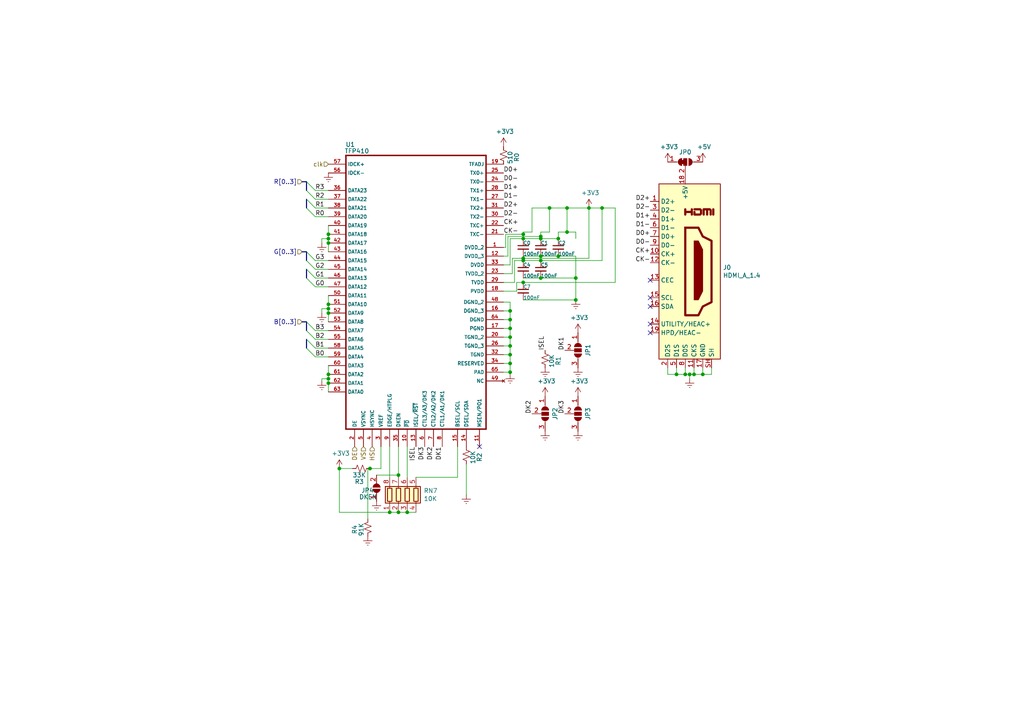
<source format=kicad_sch>
(kicad_sch (version 20200506) (host eeschema "(5.99.0-1641-g9ca61b50b)")
  (page "A4")
  (lib_symbols
    (symbol "Connector:HDMI_A_1.4" (pin_names (offset 0.508))
      (property "Reference" "J" (at -6.35 26.67 0))
      (property "Value" "HDMI_A_1.4" (at 10.16 26.67 0))
      (symbol "HDMI_A_1.4_0_1"
        (rectangle (start -7.62 25.4) (end 10.16 -25.4) (stroke (width 0.254)) (fill (type background)))
        (polyline (pts (xy 2.54 8.89) (xy 3.81 8.89) (xy 5.08 6.35) (xy 5.08 -5.715) (xy 3.81 -8.255) (xy 2.54 -8.255) (xy 2.54 8.89)) (fill (type outline)))
        (polyline (pts (xy 5.334 16.51) (xy 5.334 18.034) (xy 6.35 18.034) (xy 6.35 16.51) (xy 6.35 18.034) (xy 7.112 18.034) (xy 7.366 17.78) (xy 7.366 16.51)) (stroke (width 0.635)))
        (polyline (pts (xy 0 12.7) (xy 0 -12.7) (xy 3.81 -12.7) (xy 5.08 -10.16) (xy 7.62 -8.89) (xy 7.62 8.89) (xy 5.08 10.16) (xy 3.81 12.7) (xy 0 12.7)) (stroke (width 0.635)))
      )
      (symbol "HDMI_A_1.4_0_0"
        (polyline (pts (xy 8.128 16.51) (xy 8.128 18.034)) (stroke (width 0.635)))
        (polyline (pts (xy 0 16.51) (xy 0 18.034) (xy 0 17.272) (xy 1.905 17.272) (xy 1.905 18.034) (xy 1.905 16.51)) (stroke (width 0.635)))
        (polyline (pts (xy 2.667 18.034) (xy 4.318 18.034) (xy 4.572 17.78) (xy 4.572 16.764) (xy 4.318 16.51) (xy 2.667 16.51) (xy 2.667 17.272)) (stroke (width 0.635)))
      )
      (symbol "HDMI_A_1.4_1_1"
        (pin passive line (at -10.16 20.32 0) (length 2.54) (name "D2+") (number "1"))
        (pin passive line (at -10.16 5.08 0) (length 2.54) (name "CK+") (number "10"))
        (pin power_in line (at 2.54 -27.94 90) (length 2.54) (name "CKS") (number "11"))
        (pin passive line (at -10.16 2.54 0) (length 2.54) (name "CK-") (number "12"))
        (pin bidirectional line (at -10.16 -2.54 0) (length 2.54) (name "CEC") (number "13"))
        (pin passive line (at -10.16 -15.24 0) (length 2.54) (name "UTILITY/HEAC+") (number "14"))
        (pin passive line (at -10.16 -7.62 0) (length 2.54) (name "SCL") (number "15"))
        (pin bidirectional line (at -10.16 -10.16 0) (length 2.54) (name "SDA") (number "16"))
        (pin power_in line (at 5.08 -27.94 90) (length 2.54) (name "GND") (number "17"))
        (pin power_in line (at 0 27.94 270) (length 2.54) (name "+5V") (number "18"))
        (pin passive line (at -10.16 -17.78 0) (length 2.54) (name "HPD/HEAC-") (number "19"))
        (pin power_in line (at -5.08 -27.94 90) (length 2.54) (name "D2S") (number "2"))
        (pin passive line (at -10.16 17.78 0) (length 2.54) (name "D2-") (number "3"))
        (pin passive line (at -10.16 15.24 0) (length 2.54) (name "D1+") (number "4"))
        (pin power_in line (at -2.54 -27.94 90) (length 2.54) (name "D1S") (number "5"))
        (pin passive line (at -10.16 12.7 0) (length 2.54) (name "D1-") (number "6"))
        (pin passive line (at -10.16 10.16 0) (length 2.54) (name "D0+") (number "7"))
        (pin power_in line (at 0 -27.94 90) (length 2.54) (name "D0S") (number "8"))
        (pin passive line (at -10.16 7.62 0) (length 2.54) (name "D0-") (number "9"))
        (pin passive line (at 7.62 -27.94 90) (length 2.54) (name "SH") (number "SH"))
      )
    )
    (symbol "Custom_Symbols:TFP_410"
      (property "Reference" "U" (at 19.05 31.75 0))
      (property "Value" "TFP_410" (at 20.32 36.83 0))
      (symbol "TFP_410_1_1"
        (polyline (pts (xy 0 0) (xy 40.64 0)) (stroke (width 0.4064)))
        (polyline (pts (xy 0 79.375) (xy 0 0)) (stroke (width 0.4064)))
        (polyline (pts (xy 40.64 0) (xy 40.64 79.375)) (stroke (width 0.4064)))
        (polyline (pts (xy 40.64 79.375) (xy 0 79.375)) (stroke (width 0.4064)))
        (pin power_in line (at 45.72 52.705 180) (length 5.08) (name "DVDD_2") (number "1"))
        (pin input line (at 17.78 -5.08 90) (length 5.08) (name "~PD") (number "10"))
        (pin output line (at 38.735 -5.08 90) (length 5.08) (name "MSEN/PO1") (number "11"))
        (pin power_in line (at 45.72 50.165 180) (length 5.08) (name "DVDD_3") (number "12"))
        (pin input line (at 20.32 -5.08 90) (length 5.08) (name "ISEL/~RST") (number "13"))
        (pin bidirectional line (at 34.925 -5.08 90) (length 5.08) (name "DSEL/SDA") (number "14"))
        (pin input line (at 32.385 -5.08 90) (length 5.08) (name "BSEL/SCL") (number "15"))
        (pin passive line (at 45.72 34.29 180) (length 5.08) (name "DGND_3") (number "16"))
        (pin passive line (at 45.72 29.21 180) (length 5.08) (name "PGND") (number "17"))
        (pin power_in line (at 45.72 40.005 180) (length 5.08) (name "PVDD") (number "18"))
        (pin input line (at 45.72 76.835 180) (length 5.08) (name "TFADJ") (number "19"))
        (pin input line (at 2.54 -5.08 90) (length 5.08) (name "DE") (number "2"))
        (pin passive line (at 45.72 26.67 180) (length 5.08) (name "TGND_2") (number "20"))
        (pin output line (at 45.72 56.515 180) (length 5.08) (name "TXC-") (number "21"))
        (pin output line (at 45.72 59.055 180) (length 5.08) (name "TXC+") (number "22"))
        (pin power_in line (at 45.72 45.085 180) (length 5.08) (name "TVDD_2") (number "23"))
        (pin output line (at 45.72 71.755 180) (length 5.08) (name "TX0-") (number "24"))
        (pin output line (at 45.72 74.295 180) (length 5.08) (name "TX0+") (number "25"))
        (pin passive line (at 45.72 24.13 180) (length 5.08) (name "TGND_3") (number "26"))
        (pin output line (at 45.72 66.675 180) (length 5.08) (name "TX1-") (number "27"))
        (pin output line (at 45.72 69.215 180) (length 5.08) (name "TX1+") (number "28"))
        (pin power_in line (at 45.72 42.545 180) (length 5.08) (name "TVDD") (number "29"))
        (pin input line (at 10.16 -5.08 90) (length 5.08) (name "VREF") (number "3"))
        (pin output line (at 45.72 61.595 180) (length 5.08) (name "TX2-") (number "30"))
        (pin output line (at 45.72 64.135 180) (length 5.08) (name "TX2+") (number "31"))
        (pin passive line (at 45.72 21.59 180) (length 5.08) (name "TGND") (number "32"))
        (pin power_in line (at 45.72 47.625 180) (length 5.08) (name "DVDD") (number "33"))
        (pin passive line (at 45.72 19.05 180) (length 5.08) (name "RESERVED") (number "34"))
        (pin input line (at 15.24 -5.08 90) (length 5.08) (name "DKEN") (number "35"))
        (pin input line (at -5.08 69.215 0) (length 5.08) (name "DATA23") (number "36"))
        (pin input line (at -5.08 66.675 0) (length 5.08) (name "DATA22") (number "37"))
        (pin input line (at -5.08 64.135 0) (length 5.08) (name "DATA21") (number "38"))
        (pin input line (at -5.08 61.595 0) (length 5.08) (name "DATA20") (number "39"))
        (pin input line (at 7.62 -5.08 90) (length 5.08) (name "HSYNC") (number "4"))
        (pin input line (at -5.08 59.055 0) (length 5.08) (name "DATA19") (number "40"))
        (pin input line (at -5.08 56.515 0) (length 5.08) (name "DATA18") (number "41"))
        (pin input line (at -5.08 53.975 0) (length 5.08) (name "DATA17") (number "42"))
        (pin input line (at -5.08 51.435 0) (length 5.08) (name "DATA16") (number "43"))
        (pin input line (at -5.08 48.895 0) (length 5.08) (name "DATA15") (number "44"))
        (pin input line (at -5.08 46.355 0) (length 5.08) (name "DATA14") (number "45"))
        (pin input line (at -5.08 43.815 0) (length 5.08) (name "DATA13") (number "46"))
        (pin input line (at -5.08 41.275 0) (length 5.08) (name "DATA12") (number "47"))
        (pin passive line (at 45.72 36.83 180) (length 5.08) (name "DGND_2") (number "48"))
        (pin unconnected line (at 45.72 13.97 180) (length 5.08) (name "NC") (number "49"))
        (pin input line (at 5.08 -5.08 90) (length 5.08) (name "VSYNC") (number "5"))
        (pin input line (at -5.08 38.735 0) (length 5.08) (name "DATA11") (number "50"))
        (pin input line (at -5.08 36.195 0) (length 5.08) (name "DATA10") (number "51"))
        (pin input line (at -5.08 33.655 0) (length 5.08) (name "DATA9") (number "52"))
        (pin input line (at -5.08 31.115 0) (length 5.08) (name "DATA8") (number "53"))
        (pin input line (at -5.08 28.575 0) (length 5.08) (name "DATA7") (number "54"))
        (pin input line (at -5.08 26.035 0) (length 5.08) (name "DATA6") (number "55"))
        (pin input line (at -5.08 74.295 0) (length 5.08) (name "IDCK-") (number "56"))
        (pin input line (at -5.08 76.835 0) (length 5.08) (name "IDCK+") (number "57"))
        (pin input line (at -5.08 23.495 0) (length 5.08) (name "DATA5") (number "58"))
        (pin input line (at -5.08 20.955 0) (length 5.08) (name "DATA4") (number "59"))
        (pin input line (at 22.86 -5.08 90) (length 5.08) (name "CTL3/A3/DK3") (number "6"))
        (pin input line (at -5.08 18.415 0) (length 5.08) (name "DATA3") (number "60"))
        (pin input line (at -5.08 15.875 0) (length 5.08) (name "DATA2") (number "61"))
        (pin input line (at -5.08 13.335 0) (length 5.08) (name "DATA1") (number "62"))
        (pin input line (at -5.08 10.795 0) (length 5.08) (name "DATA0") (number "63"))
        (pin passive line (at 45.72 31.75 180) (length 5.08) (name "DGND") (number "64"))
        (pin passive line (at 45.72 16.51 180) (length 5.08) (name "PAD") (number "65"))
        (pin input line (at 25.4 -5.08 90) (length 5.08) (name "CTL2/A2/DK2") (number "7"))
        (pin input line (at 27.94 -5.08 90) (length 5.08) (name "CTL1/A1/DK1") (number "8"))
        (pin input line (at 12.7 -5.08 90) (length 5.08) (name "EDGE/HTPLG") (number "9"))
      )
    )
    (symbol "Device:C_Small" (pin_numbers hide) (pin_names (offset 0.254) hide)
      (property "Reference" "C" (at 0.254 1.778 0))
      (property "Value" "C_Small" (at 0.254 -2.032 0))
      (symbol "C_Small_0_1"
        (polyline (pts (xy -1.524 -0.508) (xy 1.524 -0.508)) (stroke (width 0.3302)))
        (polyline (pts (xy -1.524 0.508) (xy 1.524 0.508)) (stroke (width 0.3048)))
      )
      (symbol "C_Small_1_1"
        (pin passive line (at 0 2.54 270) (length 2.032) (name "~") (number "1"))
        (pin passive line (at 0 -2.54 90) (length 2.032) (name "~") (number "2"))
      )
    )
    (symbol "Device:R_Pack04" (pin_names (offset 0) hide)
      (property "Reference" "RN" (at -7.62 0 90))
      (property "Value" "R_Pack04" (at 5.08 0 90))
      (symbol "R_Pack04_0_1"
        (rectangle (start -3.175 1.905) (end -1.905 -1.905) (stroke (width 0.254)))
        (rectangle (start -5.715 1.905) (end -4.445 -1.905) (stroke (width 0.254)))
        (rectangle (start -0.635 1.905) (end 0.635 -1.905) (stroke (width 0.254)))
        (rectangle (start -6.35 -2.413) (end 3.81 2.413) (stroke (width 0.254)) (fill (type background)))
        (rectangle (start 1.905 1.905) (end 3.175 -1.905) (stroke (width 0.254)))
        (polyline (pts (xy -2.54 -2.54) (xy -2.54 -1.905)))
        (polyline (pts (xy -2.54 1.905) (xy -2.54 2.54)))
        (polyline (pts (xy -5.08 -2.54) (xy -5.08 -1.905)))
        (polyline (pts (xy -5.08 1.905) (xy -5.08 2.54)))
        (polyline (pts (xy 0 -2.54) (xy 0 -1.905)))
        (polyline (pts (xy 0 1.905) (xy 0 2.54)))
        (polyline (pts (xy 2.54 -2.54) (xy 2.54 -1.905)))
        (polyline (pts (xy 2.54 1.905) (xy 2.54 2.54)))
      )
      (symbol "R_Pack04_1_1"
        (pin passive line (at -5.08 -5.08 90) (length 2.54) (name "R1.1") (number "1"))
        (pin passive line (at -5.08 5.08 270) (length 2.54) (name "R1.2") (number "8"))
        (pin passive line (at -2.54 -5.08 90) (length 2.54) (name "R2.1") (number "2"))
        (pin passive line (at -2.54 5.08 270) (length 2.54) (name "R2.2") (number "7"))
        (pin passive line (at 0 -5.08 90) (length 2.54) (name "R3.1") (number "3"))
        (pin passive line (at 0 5.08 270) (length 2.54) (name "R3.2") (number "6"))
        (pin passive line (at 2.54 -5.08 90) (length 2.54) (name "R4.1") (number "4"))
        (pin passive line (at 2.54 5.08 270) (length 2.54) (name "R4.2") (number "5"))
      )
    )
    (symbol "Device:R_Small_US" (pin_numbers hide) (pin_names (offset 0.254) hide)
      (property "Reference" "R" (at 0.762 0.508 0))
      (property "Value" "R_Small_US" (at 0.762 -1.016 0))
      (symbol "R_Small_US_1_1"
        (polyline (pts (xy 0 0) (xy 1.016 -0.381) (xy 0 -0.762) (xy -1.016 -1.143) (xy 0 -1.524)))
        (polyline (pts (xy 0 1.524) (xy 1.016 1.143) (xy 0 0.762) (xy -1.016 0.381) (xy 0 0)))
        (pin passive line (at 0 2.54 270) (length 1.016) (name "~") (number "1"))
        (pin passive line (at 0 -2.54 90) (length 1.016) (name "~") (number "2"))
      )
    )
    (symbol "Jumper:SolderJumper_2_Open" (pin_names (offset 0) hide)
      (property "Reference" "JP" (at 0 2.032 0))
      (property "Value" "SolderJumper_2_Open" (at 0 -2.54 0))
      (symbol "SolderJumper_2_Open_0_1"
        (arc (start -0.254 1.016) (end -0.254 -1.016) (radius (at -0.254 0) (length 1.016) (angles 90.1 -90.1)))
        (arc (start -0.254 1.016) (end -0.254 -1.016) (radius (at -0.254 0) (length 1.016) (angles 90.1 -90.1)) (fill (type outline)))
        (arc (start 0.254 -1.016) (end 0.254 1.016) (radius (at 0.254 0) (length 1.016) (angles -89.9 89.9)))
        (arc (start 0.254 -1.016) (end 0.254 1.016) (radius (at 0.254 0) (length 1.016) (angles -89.9 89.9)) (fill (type outline)))
        (polyline (pts (xy -0.254 1.016) (xy -0.254 -1.016)))
        (polyline (pts (xy 0.254 1.016) (xy 0.254 -1.016)))
      )
      (symbol "SolderJumper_2_Open_1_1"
        (pin passive line (at -3.81 0 0) (length 2.54) (name "A") (number "1"))
        (pin passive line (at 3.81 0 180) (length 2.54) (name "B") (number "2"))
      )
    )
    (symbol "Jumper:SolderJumper_3_Bridged12" (pin_names (offset 0) hide)
      (property "Reference" "JP" (at -2.54 -2.54 0))
      (property "Value" "SolderJumper_3_Bridged12" (at 0 2.794 0))
      (symbol "SolderJumper_3_Bridged12_0_1"
        (arc (start -1.016 1.016) (end -1.016 -1.016) (radius (at -1.016 0) (length 1.016) (angles 90.1 -90.1)))
        (arc (start -1.016 1.016) (end -1.016 -1.016) (radius (at -1.016 0) (length 1.016) (angles 90.1 -90.1)) (fill (type outline)))
        (arc (start 1.016 -1.016) (end 1.016 1.016) (radius (at 1.016 0) (length 1.016) (angles -89.9 89.9)))
        (arc (start 1.016 -1.016) (end 1.016 1.016) (radius (at 1.016 0) (length 1.016) (angles -89.9 89.9)) (fill (type outline)))
        (rectangle (start -1.016 0.508) (end -0.508 -0.508) (fill (type outline)))
        (rectangle (start -0.508 1.016) (end 0.508 -1.016) (fill (type outline)))
        (polyline (pts (xy -2.54 0) (xy -2.032 0)))
        (polyline (pts (xy -1.016 1.016) (xy -1.016 -1.016)))
        (polyline (pts (xy 0 -1.27) (xy 0 -1.016)))
        (polyline (pts (xy 1.016 1.016) (xy 1.016 -1.016)))
        (polyline (pts (xy 2.54 0) (xy 2.032 0)))
      )
      (symbol "SolderJumper_3_Bridged12_1_1"
        (pin passive line (at -5.08 0 0) (length 2.54) (name "A") (number "1"))
        (pin input line (at 0 -3.81 90) (length 2.54) (name "C") (number "2"))
        (pin passive line (at 5.08 0 180) (length 2.54) (name "B") (number "3"))
      )
    )
    (symbol "Jumper:SolderJumper_3_Open" (pin_names (offset 0) hide)
      (property "Reference" "JP" (at -2.54 -2.54 0))
      (property "Value" "SolderJumper_3_Open" (at 0 2.794 0))
      (symbol "SolderJumper_3_Open_0_1"
        (arc (start -1.016 1.016) (end -1.016 -1.016) (radius (at -1.016 0) (length 1.016) (angles 90.1 -90.1)))
        (arc (start -1.016 1.016) (end -1.016 -1.016) (radius (at -1.016 0) (length 1.016) (angles 90.1 -90.1)) (fill (type outline)))
        (arc (start 1.016 -1.016) (end 1.016 1.016) (radius (at 1.016 0) (length 1.016) (angles -89.9 89.9)))
        (arc (start 1.016 -1.016) (end 1.016 1.016) (radius (at 1.016 0) (length 1.016) (angles -89.9 89.9)) (fill (type outline)))
        (rectangle (start -0.508 1.016) (end 0.508 -1.016) (fill (type outline)))
        (polyline (pts (xy -2.54 0) (xy -2.032 0)))
        (polyline (pts (xy -1.016 1.016) (xy -1.016 -1.016)))
        (polyline (pts (xy 0 -1.27) (xy 0 -1.016)))
        (polyline (pts (xy 1.016 1.016) (xy 1.016 -1.016)))
        (polyline (pts (xy 2.54 0) (xy 2.032 0)))
      )
      (symbol "SolderJumper_3_Open_1_1"
        (pin passive line (at -5.08 0 0) (length 2.54) (name "A") (number "1"))
        (pin input line (at 0 -3.81 90) (length 2.54) (name "C") (number "2"))
        (pin passive line (at 5.08 0 180) (length 2.54) (name "B") (number "3"))
      )
    )
    (symbol "power:+3V3" (power) (pin_names (offset 0))
      (property "Value" "+3V3" (at 0 3.556 0))
      (symbol "+3V3_0_1"
        (polyline (pts (xy -0.762 1.27) (xy 0 2.54)))
        (polyline (pts (xy 0 0) (xy 0 2.54)))
        (polyline (pts (xy 0 2.54) (xy 0.762 1.27)))
      )
      (symbol "+3V3_1_1"
        (pin power_in line (at 0 0 90) (length 0) (name "+3V3") (number "1") hide)
      )
    )
    (symbol "power:+5V" (power) (pin_names (offset 0))
      (property "Value" "+5V" (at 0 3.556 0))
      (symbol "+5V_0_1"
        (polyline (pts (xy -0.762 1.27) (xy 0 2.54)))
        (polyline (pts (xy 0 0) (xy 0 2.54)))
        (polyline (pts (xy 0 2.54) (xy 0.762 1.27)))
      )
      (symbol "+5V_1_1"
        (pin power_in line (at 0 0 90) (length 0) (name "+5V") (number "1") hide)
      )
    )
    (symbol "power:GNDREF" (power) (pin_names (offset 0))
      (property "Value" "GNDREF" (at 0 -3.81 0))
      (symbol "GNDREF_0_1"
        (polyline (pts (xy -0.635 -1.905) (xy 0.635 -1.905)))
        (polyline (pts (xy -0.127 -2.54) (xy 0.127 -2.54)))
        (polyline (pts (xy 0 -1.27) (xy 0 0)))
        (polyline (pts (xy 1.27 -1.27) (xy -1.27 -1.27)))
      )
      (symbol "GNDREF_1_1"
        (pin power_in line (at 0 0 270) (length 0) (name "GNDREF") (number "1") hide)
      )
    )
  )
  (junction (at 95.25 67.945))
  (junction (at 95.25 69.215))
  (junction (at 95.25 70.485))
  (junction (at 95.25 88.265))
  (junction (at 95.25 89.535))
  (junction (at 95.25 90.805))
  (junction (at 95.25 108.585))
  (junction (at 95.25 109.855))
  (junction (at 95.25 111.125))
  (junction (at 98.425 135.89))
  (junction (at 107.315 135.89))
  (junction (at 113.03 148.59))
  (junction (at 115.57 137.795))
  (junction (at 115.57 148.59))
  (junction (at 118.11 148.59))
  (junction (at 147.955 90.17))
  (junction (at 147.955 92.71))
  (junction (at 147.955 95.25))
  (junction (at 147.955 97.79))
  (junction (at 147.955 100.33))
  (junction (at 147.955 102.87))
  (junction (at 147.955 105.41))
  (junction (at 147.955 107.95))
  (junction (at 151.765 67.945))
  (junction (at 151.765 69.215))
  (junction (at 151.765 74.93))
  (junction (at 151.765 75.565))
  (junction (at 151.765 81.915))
  (junction (at 156.845 68.58))
  (junction (at 156.845 69.215))
  (junction (at 156.845 74.295))
  (junction (at 156.845 75.565))
  (junction (at 156.845 80.645))
  (junction (at 159.385 60.325))
  (junction (at 161.925 69.215))
  (junction (at 161.925 74.295))
  (junction (at 164.465 60.325))
  (junction (at 164.465 67.31))
  (junction (at 167.005 80.645))
  (junction (at 167.005 86.995))
  (junction (at 170.815 60.325))
  (junction (at 174.625 60.325))
  (junction (at 196.215 108.585))
  (junction (at 198.755 108.585))
  (junction (at 200.025 108.585))
  (junction (at 201.295 108.585))
  (junction (at 203.835 108.585))
  (no_connect (at 188.595 81.28))
  (no_connect (at 188.595 93.98))
  (no_connect (at 188.595 96.52))
  (no_connect (at 139.065 129.54))
  (no_connect (at 188.595 88.9))
  (no_connect (at 188.595 86.36))
  (bus_entry (at 88.9 52.705) (size 2.54 2.54))
  (bus_entry (at 88.9 55.245) (size 2.54 2.54))
  (bus_entry (at 88.9 57.785) (size 2.54 2.54))
  (bus_entry (at 88.9 60.325) (size 2.54 2.54))
  (bus_entry (at 88.9 73.025) (size 2.54 2.54))
  (bus_entry (at 88.9 75.565) (size 2.54 2.54))
  (bus_entry (at 88.9 78.105) (size 2.54 2.54))
  (bus_entry (at 88.9 80.645) (size 2.54 2.54))
  (bus_entry (at 88.9 93.345) (size 2.54 2.54))
  (bus_entry (at 88.9 95.885) (size 2.54 2.54))
  (bus_entry (at 88.9 98.425) (size 2.54 2.54))
  (bus_entry (at 88.9 100.965) (size 2.54 2.54))
  (wire (pts (xy 91.44 55.245) (xy 95.25 55.245)))
  (wire (pts (xy 91.44 60.325) (xy 95.25 60.325)))
  (wire (pts (xy 91.44 80.645) (xy 95.25 80.645)))
  (wire (pts (xy 93.345 69.215) (xy 95.25 69.215)))
  (wire (pts (xy 93.345 70.485) (xy 93.345 69.215)))
  (wire (pts (xy 93.345 89.535) (xy 95.25 89.535)))
  (wire (pts (xy 93.345 90.805) (xy 93.345 89.535)))
  (wire (pts (xy 93.345 109.855) (xy 95.25 109.855)))
  (wire (pts (xy 93.345 110.49) (xy 93.345 109.855)))
  (wire (pts (xy 95.25 57.785) (xy 91.44 57.785)))
  (wire (pts (xy 95.25 62.865) (xy 91.44 62.865)))
  (wire (pts (xy 95.25 65.405) (xy 95.25 67.945)))
  (wire (pts (xy 95.25 67.945) (xy 95.25 69.215)))
  (wire (pts (xy 95.25 69.215) (xy 95.25 70.485)))
  (wire (pts (xy 95.25 70.485) (xy 95.25 73.025)))
  (wire (pts (xy 95.25 75.565) (xy 91.44 75.565)))
  (wire (pts (xy 95.25 78.105) (xy 91.44 78.105)))
  (wire (pts (xy 95.25 83.185) (xy 91.44 83.185)))
  (wire (pts (xy 95.25 85.725) (xy 95.25 88.265)))
  (wire (pts (xy 95.25 88.265) (xy 95.25 89.535)))
  (wire (pts (xy 95.25 89.535) (xy 95.25 90.805)))
  (wire (pts (xy 95.25 90.805) (xy 95.25 93.345)))
  (wire (pts (xy 95.25 95.885) (xy 91.44 95.885)))
  (wire (pts (xy 95.25 98.425) (xy 91.44 98.425)))
  (wire (pts (xy 95.25 100.965) (xy 91.44 100.965)))
  (wire (pts (xy 95.25 103.505) (xy 91.44 103.505)))
  (wire (pts (xy 95.25 106.045) (xy 95.25 108.585)))
  (wire (pts (xy 95.25 108.585) (xy 95.25 109.855)))
  (wire (pts (xy 95.25 109.855) (xy 95.25 111.125)))
  (wire (pts (xy 95.25 111.125) (xy 95.25 113.665)))
  (wire (pts (xy 98.425 135.89) (xy 98.425 148.59)))
  (wire (pts (xy 98.425 148.59) (xy 113.03 148.59)))
  (wire (pts (xy 102.235 135.89) (xy 98.425 135.89)))
  (wire (pts (xy 106.68 135.89) (xy 107.315 135.89)))
  (wire (pts (xy 106.68 150.495) (xy 106.68 135.89)))
  (wire (pts (xy 109.22 137.795) (xy 115.57 137.795)))
  (wire (pts (xy 110.49 129.54) (xy 110.49 135.89)))
  (wire (pts (xy 110.49 135.89) (xy 107.315 135.89)))
  (wire (pts (xy 113.03 129.54) (xy 113.03 138.43)))
  (wire (pts (xy 113.03 148.59) (xy 115.57 148.59)))
  (wire (pts (xy 115.57 129.54) (xy 115.57 137.795)))
  (wire (pts (xy 115.57 137.795) (xy 115.57 138.43)))
  (wire (pts (xy 115.57 148.59) (xy 118.11 148.59)))
  (wire (pts (xy 118.11 129.54) (xy 118.11 138.43)))
  (wire (pts (xy 118.11 148.59) (xy 120.65 148.59)))
  (wire (pts (xy 132.715 129.54) (xy 132.715 138.43)))
  (wire (pts (xy 132.715 138.43) (xy 120.65 138.43)))
  (wire (pts (xy 135.255 134.62) (xy 135.255 143.51)))
  (wire (pts (xy 146.05 71.755) (xy 146.685 71.755)))
  (wire (pts (xy 146.05 74.295) (xy 147.32 74.295)))
  (wire (pts (xy 146.05 76.835) (xy 147.955 76.835)))
  (wire (pts (xy 146.05 79.375) (xy 148.59 79.375)))
  (wire (pts (xy 146.05 81.915) (xy 149.225 81.915)))
  (wire (pts (xy 146.05 84.455) (xy 149.86 84.455)))
  (wire (pts (xy 146.05 87.63) (xy 147.955 87.63)))
  (wire (pts (xy 146.05 90.17) (xy 147.955 90.17)))
  (wire (pts (xy 146.05 95.25) (xy 147.955 95.25)))
  (wire (pts (xy 146.05 100.33) (xy 147.955 100.33)))
  (wire (pts (xy 146.05 105.41) (xy 147.955 105.41)))
  (wire (pts (xy 146.685 67.945) (xy 151.765 67.945)))
  (wire (pts (xy 146.685 71.755) (xy 146.685 67.945)))
  (wire (pts (xy 147.32 68.58) (xy 156.845 68.58)))
  (wire (pts (xy 147.32 74.295) (xy 147.32 68.58)))
  (wire (pts (xy 147.955 69.215) (xy 147.955 76.835)))
  (wire (pts (xy 147.955 69.215) (xy 151.765 69.215)))
  (wire (pts (xy 147.955 87.63) (xy 147.955 90.17)))
  (wire (pts (xy 147.955 90.17) (xy 147.955 92.71)))
  (wire (pts (xy 147.955 92.71) (xy 146.05 92.71)))
  (wire (pts (xy 147.955 92.71) (xy 147.955 95.25)))
  (wire (pts (xy 147.955 95.25) (xy 147.955 97.79)))
  (wire (pts (xy 147.955 97.79) (xy 146.05 97.79)))
  (wire (pts (xy 147.955 97.79) (xy 147.955 100.33)))
  (wire (pts (xy 147.955 100.33) (xy 147.955 102.87)))
  (wire (pts (xy 147.955 102.87) (xy 146.05 102.87)))
  (wire (pts (xy 147.955 102.87) (xy 147.955 105.41)))
  (wire (pts (xy 147.955 105.41) (xy 147.955 107.95)))
  (wire (pts (xy 147.955 107.95) (xy 146.05 107.95)))
  (wire (pts (xy 147.955 108.585) (xy 147.955 107.95)))
  (wire (pts (xy 148.59 74.93) (xy 151.765 74.93)))
  (wire (pts (xy 148.59 79.375) (xy 148.59 74.93)))
  (wire (pts (xy 149.225 75.565) (xy 151.765 75.565)))
  (wire (pts (xy 149.225 81.915) (xy 149.225 75.565)))
  (wire (pts (xy 149.86 81.915) (xy 151.765 81.915)))
  (wire (pts (xy 149.86 84.455) (xy 149.86 81.915)))
  (wire (pts (xy 151.765 67.31) (xy 151.765 67.945)))
  (wire (pts (xy 151.765 67.945) (xy 151.765 69.215)))
  (wire (pts (xy 151.765 69.215) (xy 156.845 69.215)))
  (wire (pts (xy 151.765 74.295) (xy 156.845 74.295)))
  (wire (pts (xy 151.765 74.93) (xy 170.815 74.93)))
  (wire (pts (xy 151.765 75.565) (xy 151.765 74.93)))
  (wire (pts (xy 151.765 75.565) (xy 156.845 75.565)))
  (wire (pts (xy 151.765 80.645) (xy 156.845 80.645)))
  (wire (pts (xy 151.765 81.915) (xy 178.435 81.915)))
  (wire (pts (xy 151.765 86.995) (xy 167.005 86.995)))
  (wire (pts (xy 154.305 60.325) (xy 154.305 67.31)))
  (wire (pts (xy 154.305 60.325) (xy 159.385 60.325)))
  (wire (pts (xy 154.305 67.31) (xy 151.765 67.31)))
  (wire (pts (xy 156.845 67.31) (xy 156.845 68.58)))
  (wire (pts (xy 156.845 68.58) (xy 156.845 69.215)))
  (wire (pts (xy 156.845 69.215) (xy 161.925 69.215)))
  (wire (pts (xy 156.845 74.295) (xy 161.925 74.295)))
  (wire (pts (xy 156.845 75.565) (xy 174.625 75.565)))
  (wire (pts (xy 156.845 80.645) (xy 167.005 80.645)))
  (wire (pts (xy 159.385 60.325) (xy 159.385 67.31)))
  (wire (pts (xy 159.385 60.325) (xy 164.465 60.325)))
  (wire (pts (xy 159.385 67.31) (xy 156.845 67.31)))
  (wire (pts (xy 161.925 67.31) (xy 161.925 69.215)))
  (wire (pts (xy 161.925 67.31) (xy 164.465 67.31)))
  (wire (pts (xy 161.925 74.295) (xy 167.005 74.295)))
  (wire (pts (xy 164.465 60.325) (xy 164.465 67.31)))
  (wire (pts (xy 164.465 60.325) (xy 170.815 60.325)))
  (wire (pts (xy 164.465 67.31) (xy 167.005 67.31)))
  (wire (pts (xy 167.005 67.31) (xy 167.005 69.215)))
  (wire (pts (xy 167.005 74.295) (xy 167.005 80.645)))
  (wire (pts (xy 167.005 80.645) (xy 167.005 86.995)))
  (wire (pts (xy 170.815 60.325) (xy 170.815 74.93)))
  (wire (pts (xy 170.815 60.325) (xy 174.625 60.325)))
  (wire (pts (xy 174.625 60.325) (xy 174.625 75.565)))
  (wire (pts (xy 174.625 60.325) (xy 178.435 60.325)))
  (wire (pts (xy 178.435 60.325) (xy 178.435 81.915)))
  (wire (pts (xy 193.675 106.68) (xy 193.675 108.585)))
  (wire (pts (xy 193.675 108.585) (xy 196.215 108.585)))
  (wire (pts (xy 196.215 106.68) (xy 196.215 108.585)))
  (wire (pts (xy 196.215 108.585) (xy 198.755 108.585)))
  (wire (pts (xy 198.755 106.68) (xy 198.755 108.585)))
  (wire (pts (xy 198.755 108.585) (xy 200.025 108.585)))
  (wire (pts (xy 200.025 108.585) (xy 201.295 108.585)))
  (wire (pts (xy 200.025 109.855) (xy 200.025 108.585)))
  (wire (pts (xy 201.295 106.68) (xy 201.295 108.585)))
  (wire (pts (xy 201.295 108.585) (xy 203.835 108.585)))
  (wire (pts (xy 203.835 106.68) (xy 203.835 108.585)))
  (wire (pts (xy 203.835 108.585) (xy 206.375 108.585)))
  (wire (pts (xy 206.375 108.585) (xy 206.375 106.68)))
  (bus (pts (xy 88.9 52.705) (xy 87.63 52.705)))
  (bus (pts (xy 88.9 52.705) (xy 88.9 57.785)))
  (bus (pts (xy 88.9 57.785) (xy 88.9 60.325)))
  (bus (pts (xy 88.9 73.025) (xy 87.63 73.025)))
  (bus (pts (xy 88.9 73.025) (xy 88.9 78.105)))
  (bus (pts (xy 88.9 78.105) (xy 88.9 80.645)))
  (bus (pts (xy 88.9 93.345) (xy 87.63 93.345)))
  (bus (pts (xy 88.9 93.345) (xy 88.9 98.425)))
  (bus (pts (xy 88.9 98.425) (xy 88.9 100.965)))
  (label "R3" (at 91.44 55.245 0))
  (label "R2" (at 91.44 57.785 0))
  (label "R1" (at 91.44 60.325 0))
  (label "R0" (at 91.44 62.865 0))
  (label "G3" (at 91.44 75.565 0))
  (label "G2" (at 91.44 78.105 0))
  (label "G1" (at 91.44 80.645 0))
  (label "G0" (at 91.44 83.185 0))
  (label "B3" (at 91.44 95.885 0))
  (label "B2" (at 91.44 98.425 0))
  (label "B1" (at 91.44 100.965 0))
  (label "B0" (at 91.44 103.505 0))
  (label "ISEL" (at 120.65 129.54 270))
  (label "DK3" (at 123.19 129.54 270))
  (label "DK2" (at 125.73 129.54 270))
  (label "DK1" (at 128.27 129.54 270))
  (label "D0+" (at 146.05 50.165 0))
  (label "D0-" (at 146.05 52.705 0))
  (label "D1+" (at 146.05 55.245 0))
  (label "D1-" (at 146.05 57.785 0))
  (label "D2+" (at 146.05 60.325 0))
  (label "D2-" (at 146.05 62.865 0))
  (label "CK+" (at 146.05 65.405 0))
  (label "CK-" (at 146.05 67.945 0))
  (label "DK2" (at 154.305 120.015 90))
  (label "ISEL" (at 158.115 101.6 90))
  (label "DK1" (at 163.83 101.6 90))
  (label "DK3" (at 163.83 120.015 90))
  (label "D2+" (at 188.595 58.42 180))
  (label "D2-" (at 188.595 60.96 180))
  (label "D1+" (at 188.595 63.5 180))
  (label "D1-" (at 188.595 66.04 180))
  (label "D0+" (at 188.595 68.58 180))
  (label "D0-" (at 188.595 71.12 180))
  (label "CK+" (at 188.595 73.66 180))
  (label "CK-" (at 188.595 76.2 180))
  (hierarchical_label "R[0..3]" (shape input) (at 87.63 52.705 180))
  (hierarchical_label "G[0..3]" (shape input) (at 87.63 73.025 180))
  (hierarchical_label "B[0..3]" (shape input) (at 87.63 93.345 180))
  (hierarchical_label "clk" (shape input) (at 95.25 47.625 180))
  (hierarchical_label "DE" (shape input) (at 102.87 129.54 270))
  (hierarchical_label "VS" (shape input) (at 105.41 129.54 270))
  (hierarchical_label "HS" (shape input) (at 107.95 129.54 270))
  (symbol (lib_id "power:+3V3") (at 98.425 135.89 0)
    (property "Reference" "#PWR036" (effects hide))
    (property "Value" "+3V3" (at 98.806 131.4958 0))
  )
  (symbol (lib_id "power:+3V3") (at 146.05 42.545 0)
    (property "Reference" "#PWR018" (effects hide))
    (property "Value" "+3V3" (at 146.431 38.1508 0))
  )
  (symbol (lib_id "power:+3V3") (at 158.115 114.935 0)
    (property "Reference" "#PWR032" (effects hide))
    (property "Value" "+3V3" (at 158.496 110.5408 0))
  )
  (symbol (lib_id "power:+3V3") (at 167.64 96.52 0)
    (property "Reference" "#PWR026" (effects hide))
    (property "Value" "+3V3" (at 168.021 92.1258 0))
  )
  (symbol (lib_id "power:+3V3") (at 167.64 114.935 0)
    (property "Reference" "#PWR033" (effects hide))
    (property "Value" "+3V3" (at 168.021 110.5408 0))
  )
  (symbol (lib_id "power:+3V3") (at 170.815 60.325 0)
    (property "Reference" "#PWR022" (effects hide))
    (property "Value" "+3V3" (at 171.196 55.9308 0))
  )
  (symbol (lib_id "power:+3V3") (at 193.675 46.99 0)
    (property "Reference" "#PWR019" (effects hide))
    (property "Value" "+3V3" (at 194.056 42.5958 0))
  )
  (symbol (lib_id "power:+5V") (at 203.835 46.99 0)
    (property "Reference" "#PWR020" (effects hide))
    (property "Value" "+5V" (at 204.216 42.5958 0))
  )
  (symbol (lib_id "power:GNDREF") (at 93.345 70.485 0)
    (property "Reference" "#PWR023" (effects hide))
    (property "Value" "GNDREF" (effects hide))
  )
  (symbol (lib_id "power:GNDREF") (at 93.345 90.805 0)
    (property "Reference" "#PWR025" (effects hide))
    (property "Value" "GNDREF" (effects hide))
  )
  (symbol (lib_id "power:GNDREF") (at 93.345 110.49 0)
    (property "Reference" "#PWR031" (effects hide))
    (property "Value" "GNDREF" (effects hide))
  )
  (symbol (lib_id "power:GNDREF") (at 95.25 50.165 0)
    (property "Reference" "#PWR021" (effects hide))
    (property "Value" "GNDREF" (effects hide))
  )
  (symbol (lib_id "power:GNDREF") (at 106.68 155.575 0)
    (property "Reference" "#PWR038" (effects hide))
    (property "Value" "GNDREF" (effects hide))
  )
  (symbol (lib_id "power:GNDREF") (at 109.22 145.415 0)
    (property "Reference" "#PWR037" (effects hide))
    (property "Value" "GNDREF" (effects hide))
  )
  (symbol (lib_id "power:GNDREF") (at 135.255 143.51 0)
    (property "Reference" "#PWR0107" (effects hide))
    (property "Value" "GNDREF" (effects hide))
  )
  (symbol (lib_id "power:GNDREF") (at 147.955 108.585 0)
    (property "Reference" "#PWR029" (effects hide))
    (property "Value" "GNDREF" (effects hide))
  )
  (symbol (lib_id "power:GNDREF") (at 158.115 106.68 0)
    (property "Reference" "#PWR027" (effects hide))
    (property "Value" "GNDREF" (effects hide))
  )
  (symbol (lib_id "power:GNDREF") (at 158.115 125.095 0)
    (property "Reference" "#PWR034" (effects hide))
    (property "Value" "GNDREF" (effects hide))
  )
  (symbol (lib_id "power:GNDREF") (at 167.005 86.995 0)
    (property "Reference" "#PWR024" (effects hide))
    (property "Value" "GNDREF" (effects hide))
  )
  (symbol (lib_id "power:GNDREF") (at 167.64 106.68 0)
    (property "Reference" "#PWR028" (effects hide))
    (property "Value" "GNDREF" (effects hide))
  )
  (symbol (lib_id "power:GNDREF") (at 167.64 125.095 0)
    (property "Reference" "#PWR035" (effects hide))
    (property "Value" "GNDREF" (effects hide))
  )
  (symbol (lib_id "power:GNDREF") (at 200.025 109.855 0)
    (property "Reference" "#PWR030" (effects hide))
    (property "Value" "GNDREF" (effects hide))
  )
  (symbol (lib_id "Device:R_Small_US") (at 104.775 135.89 270)
    (property "Reference" "R3" (at 102.87 139.7 90) (effects (justify left)))
    (property "Value" "33K" (at 102.235 137.795 90) (effects (justify left)))
    (property "Footprint" "Resistor_SMD:R_0603_1608Metric" (effects hide))
  )
  (symbol (lib_id "Device:R_Small_US") (at 106.68 153.035 0) (mirror y)
    (property "Reference" "R4" (at 102.87 154.94 90) (effects (justify left)))
    (property "Value" "91K" (at 104.775 155.575 90) (effects (justify left)))
    (property "Footprint" "Resistor_SMD:R_0603_1608Metric" (effects hide))
  )
  (symbol (lib_id "Device:R_Small_US") (at 135.255 132.08 0)
    (property "Reference" "R2" (at 139.065 133.985 90) (effects (justify left)))
    (property "Value" "10K" (at 137.16 134.62 90) (effects (justify left)))
    (property "Footprint" "Resistor_SMD:R_0603_1608Metric" (effects hide))
  )
  (symbol (lib_id "Device:R_Small_US") (at 146.05 45.085 0)
    (property "Reference" "R0" (at 149.86 46.99 90) (effects (justify left)))
    (property "Value" "510" (at 147.955 47.625 90) (effects (justify left)))
    (property "Footprint" "Resistor_SMD:R_0603_1608Metric_Pad1.05x0.95mm_HandSolder" (effects hide))
  )
  (symbol (lib_id "Device:R_Small_US") (at 158.115 104.14 0)
    (property "Reference" "R1" (at 161.925 106.045 90) (effects (justify left)))
    (property "Value" "10K" (at 160.02 106.68 90) (effects (justify left)))
    (property "Footprint" "Resistor_SMD:R_0603_1608Metric" (effects hide))
  )
  (symbol (lib_id "Device:C_Small") (at 151.765 71.755 0)
    (property "Reference" "C0" (at 151.765 70.485 0) (effects (font (size 1.016 1.016)) (justify left)))
    (property "Value" "100nF" (at 151.765 73.66 0) (effects (font (size 1.016 1.016)) (justify left)))
    (property "Footprint" "Capacitor_SMD:C_0603_1608Metric_Pad1.05x0.95mm_HandSolder" (effects hide))
  )
  (symbol (lib_id "Device:C_Small") (at 151.765 78.105 0)
    (property "Reference" "C4" (at 151.765 76.835 0) (effects (font (size 1.016 1.016)) (justify left)))
    (property "Value" "100nF" (at 151.765 80.01 0) (effects (font (size 1.016 1.016)) (justify left)))
    (property "Footprint" "Capacitor_SMD:C_0603_1608Metric_Pad1.05x0.95mm_HandSolder" (effects hide))
  )
  (symbol (lib_id "Device:C_Small") (at 151.765 84.455 0)
    (property "Reference" "C7" (at 151.765 83.185 0) (effects (font (size 1.016 1.016)) (justify left)))
    (property "Value" "100nF" (at 151.765 86.36 0) (effects (font (size 1.016 1.016)) (justify left)))
    (property "Footprint" "Capacitor_SMD:C_0603_1608Metric_Pad1.05x0.95mm_HandSolder" (effects hide))
  )
  (symbol (lib_id "Device:C_Small") (at 156.845 71.755 0)
    (property "Reference" "C1" (at 156.845 70.485 0) (effects (font (size 1.016 1.016)) (justify left)))
    (property "Value" "100nF" (at 156.845 73.66 0) (effects (font (size 1.016 1.016)) (justify left)))
    (property "Footprint" "Capacitor_SMD:C_0603_1608Metric_Pad1.05x0.95mm_HandSolder" (effects hide))
  )
  (symbol (lib_id "Device:C_Small") (at 156.845 78.105 0)
    (property "Reference" "C5" (at 156.845 76.835 0) (effects (font (size 1.016 1.016)) (justify left)))
    (property "Value" "100nF" (at 156.845 80.01 0) (effects (font (size 1.016 1.016)) (justify left)))
    (property "Footprint" "Capacitor_SMD:C_0603_1608Metric_Pad1.05x0.95mm_HandSolder" (effects hide))
  )
  (symbol (lib_id "Device:C_Small") (at 161.925 71.755 0)
    (property "Reference" "C2" (at 161.925 70.485 0) (effects (font (size 1.016 1.016)) (justify left)))
    (property "Value" "100nF" (at 161.925 73.66 0) (effects (font (size 1.016 1.016)) (justify left)))
    (property "Footprint" "Capacitor_SMD:C_0603_1608Metric_Pad1.05x0.95mm_HandSolder" (effects hide))
  )
  (symbol (lib_id "Jumper:SolderJumper_2_Open") (at 109.22 141.605 90)
    (property "Reference" "JP4" (at 104.775 142.24 90) (effects (justify right)))
    (property "Value" "DKEN" (at 104.14 144.145 90) (effects (justify right)))
    (property "Footprint" "Custom_Parts:Jumper_2_Pin_Unbridged" (effects hide))
  )
  (symbol (lib_id "Jumper:SolderJumper_3_Open") (at 158.115 120.015 270)
    (property "Reference" "JP2" (at 160.9852 120.015 0))
    (property "Value" "DK2" (effects hide))
    (property "Footprint" "Custom_Parts:jumper_unbridged" (effects hide))
  )
  (symbol (lib_id "Jumper:SolderJumper_3_Open") (at 167.64 101.6 270)
    (property "Reference" "JP1" (at 170.5102 101.6 0))
    (property "Value" "DK1" (effects hide))
    (property "Footprint" "Custom_Parts:jumper_unbridged" (effects hide))
  )
  (symbol (lib_id "Jumper:SolderJumper_3_Open") (at 167.64 120.015 270)
    (property "Reference" "JP3" (at 170.5102 120.015 0))
    (property "Value" "DK3" (effects hide))
    (property "Footprint" "Custom_Parts:jumper_unbridged" (effects hide))
  )
  (symbol (lib_id "Jumper:SolderJumper_3_Bridged12") (at 198.755 46.99 0)
    (property "Reference" "JP0" (at 198.755 44.1198 0))
    (property "Value" "V_Sel" (effects hide))
    (property "Footprint" "Custom_Parts:jumper_1_2_bridged" (effects hide))
  )
  (symbol (lib_id "Device:R_Pack04") (at 118.11 143.51 0)
    (property "Reference" "RN7" (at 122.8852 142.3416 0) (effects (justify left)))
    (property "Value" "10K" (at 122.8852 144.653 0) (effects (justify left)))
    (property "Footprint" "Resistor_SMD:R_Array_Concave_4x0603" (effects hide))
  )
  (symbol (lib_id "Connector:HDMI_A_1.4") (at 198.755 78.74 0)
    (property "Reference" "J0" (at 209.677 77.5716 0) (effects (justify left)))
    (property "Value" "HDMI_A_1.4" (at 209.677 79.883 0) (effects (justify left)))
    (property "Footprint" "Custom_Parts:HDMI" (effects hide))
    (property "Datasheet" "https://en.wikipedia.org/wiki/HDMI" (effects hide))
  )
  (symbol (lib_id "Custom_Symbols:TFP_410") (at 100.33 124.46 0)
    (property "Reference" "U1" (at 101.6 41.91 0))
    (property "Value" "TFP410" (at 103.505 43.815 0))
    (property "Footprint" "Package_QFP:HTQFP-64-1EP_10x10mm_P0.5mm_EP8x8mm_Mask4.4x4.4mm_ThermalVias" (effects hide))
    (property "Field4" "74K3960" (effects hide))
    (property "Field5" "TFP410" (effects hide))
    (property "Field6" "HTQFP-64" (effects hide))
    (property "Field7" "Texas Instruments" (effects hide))
  )
)
</source>
